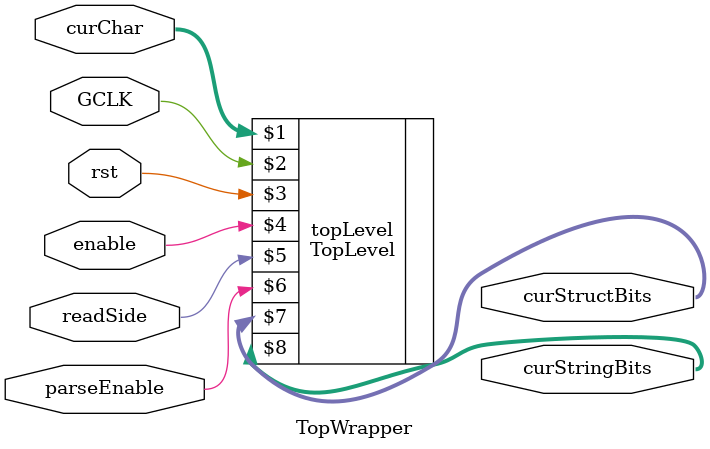
<source format=v>
`timescale 1ns / 1ps


module TopWrapper (
    input wire [7:0] curChar,
    input GCLK, rst, enable, readSide, parseEnable,
    output wire [63:0] curStructBits,
    output wire [7:0]  curStringBits
);
    // lock inputs to clock edges
    reg [7:0] curCharOut;
    always @ (posedge GCLK) begin
        curCharOut <= curChar;
    end
    TopLevel topLevel (curChar, GCLK, rst, enable, readSide, parseEnable, curStructBits, curStringBits);
endmodule

</source>
